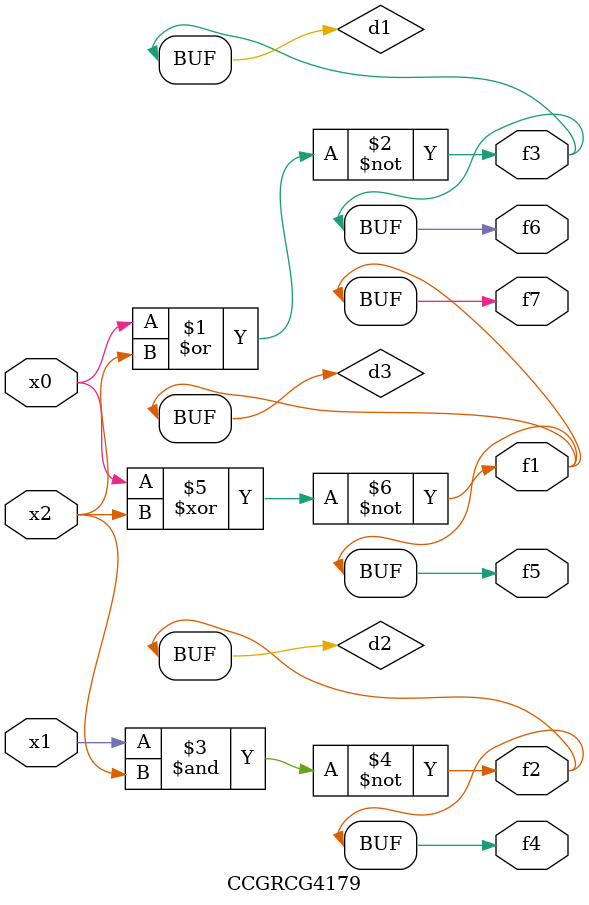
<source format=v>
module CCGRCG4179(
	input x0, x1, x2,
	output f1, f2, f3, f4, f5, f6, f7
);

	wire d1, d2, d3;

	nor (d1, x0, x2);
	nand (d2, x1, x2);
	xnor (d3, x0, x2);
	assign f1 = d3;
	assign f2 = d2;
	assign f3 = d1;
	assign f4 = d2;
	assign f5 = d3;
	assign f6 = d1;
	assign f7 = d3;
endmodule

</source>
